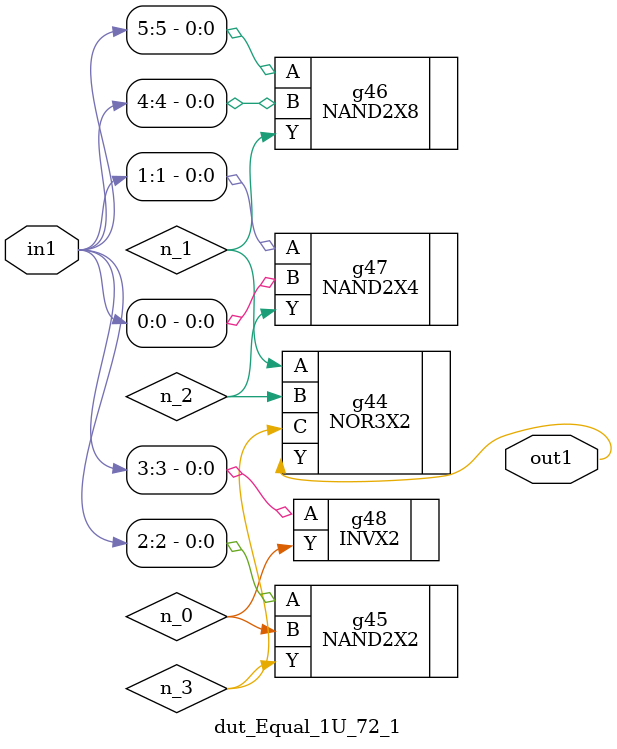
<source format=v>
`timescale 1ps / 1ps


module dut_Equal_1U_72_1(in1, out1);
  input [5:0] in1;
  output out1;
  wire [5:0] in1;
  wire out1;
  wire n_0, n_1, n_2, n_3;
  NOR3X2 g44(.A (n_1), .B (n_2), .C (n_3), .Y (out1));
  NAND2X2 g45(.A (in1[2]), .B (n_0), .Y (n_3));
  NAND2X4 g47(.A (in1[1]), .B (in1[0]), .Y (n_2));
  NAND2X8 g46(.A (in1[5]), .B (in1[4]), .Y (n_1));
  INVX2 g48(.A (in1[3]), .Y (n_0));
endmodule



</source>
